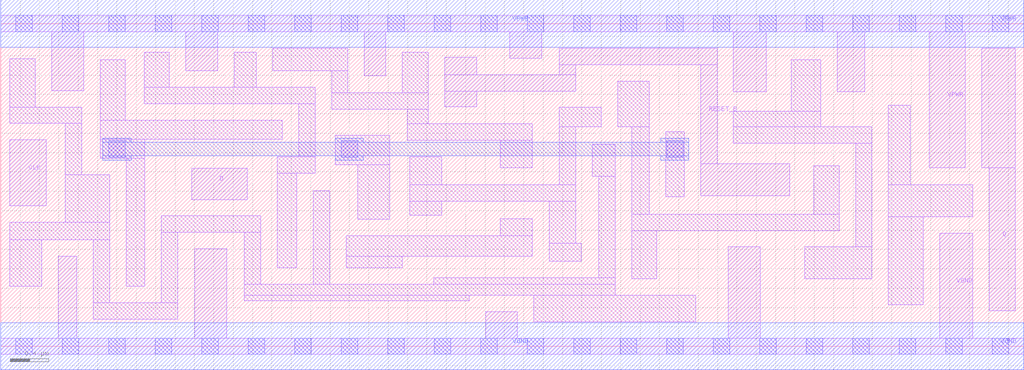
<source format=lef>
# Copyright 2020 The SkyWater PDK Authors
#
# Licensed under the Apache License, Version 2.0 (the "License");
# you may not use this file except in compliance with the License.
# You may obtain a copy of the License at
#
#     https://www.apache.org/licenses/LICENSE-2.0
#
# Unless required by applicable law or agreed to in writing, software
# distributed under the License is distributed on an "AS IS" BASIS,
# WITHOUT WARRANTIES OR CONDITIONS OF ANY KIND, either express or implied.
# See the License for the specific language governing permissions and
# limitations under the License.
#
# SPDX-License-Identifier: Apache-2.0

VERSION 5.7 ;
  NAMESCASESENSITIVE ON ;
  NOWIREEXTENSIONATPIN ON ;
  DIVIDERCHAR "/" ;
  BUSBITCHARS "[]" ;
UNITS
  DATABASE MICRONS 200 ;
END UNITS
MACRO sky130_fd_sc_lp__dfrtp_1
  CLASS CORE ;
  SOURCE USER ;
  FOREIGN sky130_fd_sc_lp__dfrtp_1 ;
  ORIGIN  0.000000  0.000000 ;
  SIZE  10.56000 BY  3.330000 ;
  SYMMETRY X Y R90 ;
  SITE unit ;
  PIN D
    ANTENNAGATEAREA  0.126000 ;
    DIRECTION INPUT ;
    USE SIGNAL ;
    PORT
      LAYER li1 ;
        RECT 1.970000 1.515000 2.545000 1.840000 ;
    END
  END D
  PIN Q
    ANTENNADIFFAREA  0.556500 ;
    DIRECTION OUTPUT ;
    USE SIGNAL ;
    PORT
      LAYER li1 ;
        RECT 10.130000 1.845000 10.475000 3.075000 ;
        RECT 10.205000 0.365000 10.475000 1.845000 ;
    END
  END Q
  PIN RESET_B
    ANTENNAGATEAREA  0.378000 ;
    DIRECTION INPUT ;
    USE SIGNAL ;
    PORT
      LAYER li1 ;
        RECT 4.585000 2.475000 4.915000 2.635000 ;
        RECT 4.585000 2.635000 5.935000 2.805000 ;
        RECT 4.585000 2.805000 4.915000 2.985000 ;
        RECT 5.765000 2.805000 5.935000 2.905000 ;
        RECT 5.765000 2.905000 7.395000 3.075000 ;
        RECT 7.225000 1.555000 8.145000 1.885000 ;
        RECT 7.225000 1.885000 7.395000 2.905000 ;
    END
  END RESET_B
  PIN CLK
    ANTENNAGATEAREA  0.159000 ;
    DIRECTION INPUT ;
    USE CLOCK ;
    PORT
      LAYER li1 ;
        RECT 0.095000 1.450000 0.470000 2.130000 ;
    END
  END CLK
  PIN VGND
    DIRECTION INOUT ;
    USE GROUND ;
    PORT
      LAYER li1 ;
        RECT 0.000000 -0.085000 10.560000 0.085000 ;
        RECT 0.595000  0.085000  0.785000 0.930000 ;
        RECT 2.005000  0.085000  2.335000 1.005000 ;
        RECT 5.005000  0.085000  5.335000 0.355000 ;
        RECT 7.510000  0.085000  7.840000 1.025000 ;
        RECT 9.695000  0.085000 10.035000 1.165000 ;
      LAYER mcon ;
        RECT  0.155000 -0.085000  0.325000 0.085000 ;
        RECT  0.635000 -0.085000  0.805000 0.085000 ;
        RECT  1.115000 -0.085000  1.285000 0.085000 ;
        RECT  1.595000 -0.085000  1.765000 0.085000 ;
        RECT  2.075000 -0.085000  2.245000 0.085000 ;
        RECT  2.555000 -0.085000  2.725000 0.085000 ;
        RECT  3.035000 -0.085000  3.205000 0.085000 ;
        RECT  3.515000 -0.085000  3.685000 0.085000 ;
        RECT  3.995000 -0.085000  4.165000 0.085000 ;
        RECT  4.475000 -0.085000  4.645000 0.085000 ;
        RECT  4.955000 -0.085000  5.125000 0.085000 ;
        RECT  5.435000 -0.085000  5.605000 0.085000 ;
        RECT  5.915000 -0.085000  6.085000 0.085000 ;
        RECT  6.395000 -0.085000  6.565000 0.085000 ;
        RECT  6.875000 -0.085000  7.045000 0.085000 ;
        RECT  7.355000 -0.085000  7.525000 0.085000 ;
        RECT  7.835000 -0.085000  8.005000 0.085000 ;
        RECT  8.315000 -0.085000  8.485000 0.085000 ;
        RECT  8.795000 -0.085000  8.965000 0.085000 ;
        RECT  9.275000 -0.085000  9.445000 0.085000 ;
        RECT  9.755000 -0.085000  9.925000 0.085000 ;
        RECT 10.235000 -0.085000 10.405000 0.085000 ;
      LAYER met1 ;
        RECT 0.000000 -0.245000 10.560000 0.245000 ;
    END
  END VGND
  PIN VPWR
    DIRECTION INOUT ;
    USE POWER ;
    PORT
      LAYER li1 ;
        RECT 0.000000 3.245000 10.560000 3.415000 ;
        RECT 0.525000 2.640000  0.855000 3.245000 ;
        RECT 1.910000 2.845000  2.240000 3.245000 ;
        RECT 3.755000 2.795000  3.975000 3.245000 ;
        RECT 5.255000 2.975000  5.585000 3.245000 ;
        RECT 7.565000 2.630000  7.905000 3.245000 ;
        RECT 8.635000 2.630000  8.920000 3.245000 ;
        RECT 9.585000 1.845000  9.960000 3.245000 ;
      LAYER mcon ;
        RECT  0.155000 3.245000  0.325000 3.415000 ;
        RECT  0.635000 3.245000  0.805000 3.415000 ;
        RECT  1.115000 3.245000  1.285000 3.415000 ;
        RECT  1.595000 3.245000  1.765000 3.415000 ;
        RECT  2.075000 3.245000  2.245000 3.415000 ;
        RECT  2.555000 3.245000  2.725000 3.415000 ;
        RECT  3.035000 3.245000  3.205000 3.415000 ;
        RECT  3.515000 3.245000  3.685000 3.415000 ;
        RECT  3.995000 3.245000  4.165000 3.415000 ;
        RECT  4.475000 3.245000  4.645000 3.415000 ;
        RECT  4.955000 3.245000  5.125000 3.415000 ;
        RECT  5.435000 3.245000  5.605000 3.415000 ;
        RECT  5.915000 3.245000  6.085000 3.415000 ;
        RECT  6.395000 3.245000  6.565000 3.415000 ;
        RECT  6.875000 3.245000  7.045000 3.415000 ;
        RECT  7.355000 3.245000  7.525000 3.415000 ;
        RECT  7.835000 3.245000  8.005000 3.415000 ;
        RECT  8.315000 3.245000  8.485000 3.415000 ;
        RECT  8.795000 3.245000  8.965000 3.415000 ;
        RECT  9.275000 3.245000  9.445000 3.415000 ;
        RECT  9.755000 3.245000  9.925000 3.415000 ;
        RECT 10.235000 3.245000 10.405000 3.415000 ;
      LAYER met1 ;
        RECT 0.000000 3.085000 10.560000 3.575000 ;
    END
  END VPWR
  OBS
    LAYER li1 ;
      RECT 0.095000 0.620000  0.425000 1.100000 ;
      RECT 0.095000 1.100000  1.125000 1.280000 ;
      RECT 0.095000 2.300000  0.835000 2.470000 ;
      RECT 0.095000 2.470000  0.355000 2.970000 ;
      RECT 0.665000 1.280000  1.125000 1.770000 ;
      RECT 0.665000 1.770000  0.835000 2.300000 ;
      RECT 0.955000 0.280000  1.825000 0.450000 ;
      RECT 0.955000 0.450000  1.125000 1.100000 ;
      RECT 1.025000 1.940000  1.485000 2.135000 ;
      RECT 1.025000 2.135000  2.905000 2.335000 ;
      RECT 1.025000 2.335000  1.285000 2.960000 ;
      RECT 1.295000 0.620000  1.485000 1.940000 ;
      RECT 1.480000 2.505000  3.245000 2.675000 ;
      RECT 1.480000 2.675000  1.740000 3.035000 ;
      RECT 1.655000 0.450000  1.825000 1.175000 ;
      RECT 1.655000 1.175000  2.685000 1.345000 ;
      RECT 2.410000 2.675000  2.640000 3.035000 ;
      RECT 2.515000 0.470000  4.835000 0.525000 ;
      RECT 2.515000 0.525000  6.345000 0.640000 ;
      RECT 2.515000 0.640000  2.685000 1.175000 ;
      RECT 2.810000 2.845000  3.585000 3.075000 ;
      RECT 2.855000 0.810000  3.055000 1.785000 ;
      RECT 2.855000 1.785000  3.245000 1.955000 ;
      RECT 3.075000 1.955000  3.245000 2.505000 ;
      RECT 3.225000 0.640000  3.395000 1.605000 ;
      RECT 3.415000 2.445000  4.415000 2.615000 ;
      RECT 3.415000 2.615000  3.585000 2.845000 ;
      RECT 3.455000 1.875000  4.015000 2.180000 ;
      RECT 3.565000 0.810000  4.145000 0.930000 ;
      RECT 3.565000 0.930000  5.485000 1.140000 ;
      RECT 3.685000 1.310000  4.015000 1.875000 ;
      RECT 4.145000 2.615000  4.415000 3.035000 ;
      RECT 4.195000 2.125000  5.485000 2.295000 ;
      RECT 4.195000 2.295000  4.415000 2.445000 ;
      RECT 4.225000 1.355000  4.555000 1.495000 ;
      RECT 4.225000 1.495000  5.935000 1.665000 ;
      RECT 4.225000 1.665000  4.555000 1.955000 ;
      RECT 4.470000 0.640000  6.345000 0.705000 ;
      RECT 5.155000 1.140000  5.485000 1.315000 ;
      RECT 5.155000 1.845000  5.485000 2.125000 ;
      RECT 5.505000 0.255000  7.175000 0.525000 ;
      RECT 5.665000 0.875000  5.995000 1.065000 ;
      RECT 5.665000 1.065000  5.935000 1.495000 ;
      RECT 5.765000 1.665000  5.935000 2.265000 ;
      RECT 5.765000 2.265000  6.200000 2.465000 ;
      RECT 6.105000 1.755000  6.345000 2.085000 ;
      RECT 6.175000 0.705000  6.345000 1.755000 ;
      RECT 6.370000 2.265000  6.695000 2.735000 ;
      RECT 6.515000 0.695000  6.775000 1.195000 ;
      RECT 6.515000 1.195000  8.655000 1.365000 ;
      RECT 6.515000 1.365000  6.695000 2.265000 ;
      RECT 6.865000 1.545000  7.055000 2.215000 ;
      RECT 7.565000 2.095000  8.995000 2.265000 ;
      RECT 7.565000 2.265000  8.465000 2.425000 ;
      RECT 8.160000 2.425000  8.465000 2.960000 ;
      RECT 8.300000 0.695000  8.995000 1.025000 ;
      RECT 8.395000 1.365000  8.655000 1.865000 ;
      RECT 8.825000 1.025000  8.995000 2.095000 ;
      RECT 9.165000 0.430000  9.525000 1.335000 ;
      RECT 9.165000 1.335000 10.035000 1.665000 ;
      RECT 9.165000 1.665000  9.390000 2.490000 ;
    LAYER mcon ;
      RECT 1.115000 1.950000 1.285000 2.120000 ;
      RECT 3.515000 1.950000 3.685000 2.120000 ;
      RECT 6.875000 1.950000 7.045000 2.120000 ;
    LAYER met1 ;
      RECT 1.055000 1.920000 1.345000 1.965000 ;
      RECT 1.055000 1.965000 7.105000 2.105000 ;
      RECT 1.055000 2.105000 1.345000 2.150000 ;
      RECT 3.455000 1.920000 3.745000 1.965000 ;
      RECT 3.455000 2.105000 3.745000 2.150000 ;
      RECT 6.815000 1.920000 7.105000 1.965000 ;
      RECT 6.815000 2.105000 7.105000 2.150000 ;
  END
END sky130_fd_sc_lp__dfrtp_1

</source>
